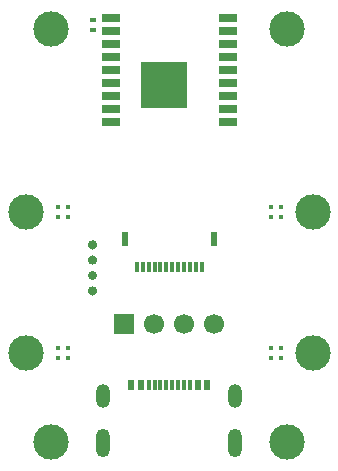
<source format=gbr>
G04*
G04 #@! TF.GenerationSoftware,Altium Limited,Altium Designer,24.1.2 (44)*
G04*
G04 Layer_Color=255*
%FSLAX25Y25*%
%MOIN*%
G70*
G04*
G04 #@! TF.SameCoordinates,EC497B79-CED4-4E58-A43C-F9202C23BEB1*
G04*
G04*
G04 #@! TF.FilePolarity,Positive*
G04*
G01*
G75*
%ADD17R,0.01181X0.03543*%
%ADD23R,0.02362X0.04724*%
%ADD24R,0.01772X0.01772*%
%ADD44O,0.04724X0.09449*%
%ADD45O,0.04724X0.07874*%
%ADD46C,0.06693*%
%ADD47R,0.06693X0.06693*%
%ADD48C,0.11811*%
%ADD50R,0.02126X0.01575*%
%ADD51R,0.02362X0.03543*%
%ADD52R,0.01181X0.03543*%
%ADD53R,0.05906X0.03150*%
%ADD54R,0.15748X0.15748*%
G36*
G01X27165Y67323D02*
G03X25591Y68898I-1575J0D01*
G03X24016Y67323I0J-1575D01*
G03X25591Y65748I1575J0D01*
G03X27165Y67323I0J1575D01*
D02*
G37*
G36*
G01Y77559D02*
G03X25591Y79134I-1575J0D01*
G03X24016Y77559I0J-1575D01*
G03X25591Y75984I1575J0D01*
G03X27165Y77559I0J1575D01*
D02*
G37*
G36*
G01Y72441D02*
G03X25591Y74016I-1575J0D01*
G03X24016Y72441I0J-1575D01*
G03X25591Y70866I1575J0D01*
G03X27165Y72441I0J1575D01*
D02*
G37*
G36*
G01Y62205D02*
G03X25591Y63779I-1575J0D01*
G03X24016Y62205I0J-1575D01*
G03X25591Y60630I1575J0D01*
G03X27165Y62205I0J1575D01*
D02*
G37*
D17*
X60039Y70079D02*
D03*
X58071D02*
D03*
X56102D02*
D03*
X42323D02*
D03*
X46260D02*
D03*
X44291D02*
D03*
X48228D02*
D03*
X50197D02*
D03*
X52165D02*
D03*
X54134D02*
D03*
X40354D02*
D03*
X62008D02*
D03*
D23*
X65945Y79528D02*
D03*
X36417Y79527D02*
D03*
D24*
X17421Y86910D02*
D03*
X14075Y86911D02*
D03*
X17421Y90256D02*
D03*
X14075D02*
D03*
X88287Y86910D02*
D03*
X84941D02*
D03*
X88287Y90255D02*
D03*
X84941Y90256D02*
D03*
Y43012D02*
D03*
X88287D02*
D03*
X84941Y39667D02*
D03*
X88287Y39666D02*
D03*
X17421D02*
D03*
X14075D02*
D03*
X17421Y43011D02*
D03*
X14075Y43012D02*
D03*
D44*
X73150Y11437D02*
D03*
X29213D02*
D03*
D45*
Y27185D02*
D03*
X73150D02*
D03*
D46*
X66181Y51181D02*
D03*
X56181D02*
D03*
X46181D02*
D03*
D47*
X36181D02*
D03*
D48*
X99016Y41339D02*
D03*
X3347D02*
D03*
X99016Y88583D02*
D03*
X3347D02*
D03*
X11811Y149606D02*
D03*
X90551D02*
D03*
X11811Y11811D02*
D03*
X90551D02*
D03*
D50*
X25591Y149213D02*
D03*
Y152362D02*
D03*
D51*
X38544Y30906D02*
D03*
X41693D02*
D03*
X60670D02*
D03*
X63819D02*
D03*
D52*
X58071D02*
D03*
X56103D02*
D03*
X54134D02*
D03*
X52166D02*
D03*
X50197D02*
D03*
X48229D02*
D03*
X46260D02*
D03*
X44292D02*
D03*
D53*
X31693Y148818D02*
D03*
Y144488D02*
D03*
Y140157D02*
D03*
Y135827D02*
D03*
Y131495D02*
D03*
Y127165D02*
D03*
Y122834D02*
D03*
Y118504D02*
D03*
Y153149D02*
D03*
X70669Y148819D02*
D03*
Y144488D02*
D03*
Y118504D02*
D03*
Y122834D02*
D03*
Y127165D02*
D03*
Y131496D02*
D03*
Y135826D02*
D03*
Y140157D02*
D03*
Y153149D02*
D03*
D54*
X49409Y130905D02*
D03*
M02*

</source>
